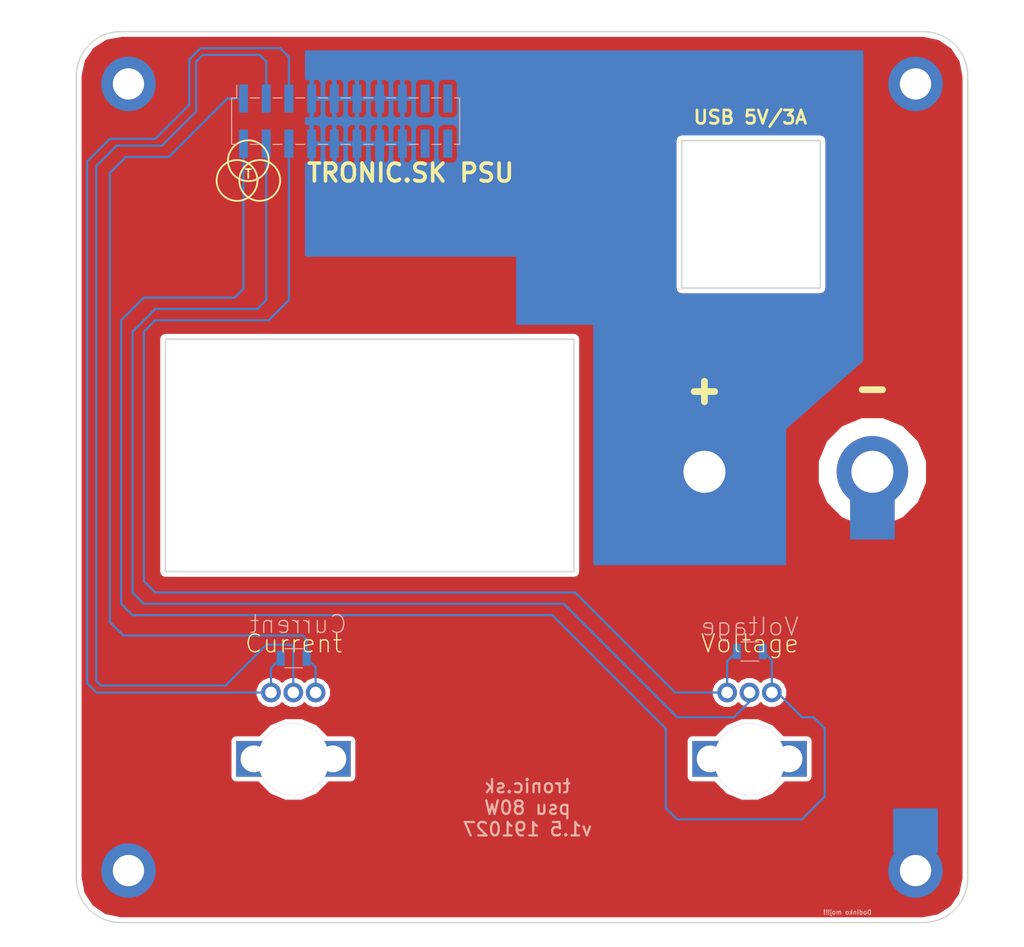
<source format=kicad_pcb>
(kicad_pcb (version 4) (host pcbnew 4.0.7)

  (general
    (links 25)
    (no_connects 1)
    (area 157.341092 29.452092 257.250408 129.361408)
    (thickness 1.6)
    (drawings 45)
    (tracks 86)
    (zones 0)
    (modules 13)
    (nets 10)
  )

  (page A4)
  (layers
    (0 F.Cu signal)
    (31 B.Cu signal)
    (32 B.Adhes user)
    (33 F.Adhes user)
    (34 B.Paste user)
    (35 F.Paste user)
    (36 B.SilkS user)
    (37 F.SilkS user)
    (38 B.Mask user)
    (39 F.Mask user)
    (40 Dwgs.User user)
    (41 Cmts.User user)
    (42 Eco1.User user)
    (43 Eco2.User user)
    (44 Edge.Cuts user)
    (45 Margin user)
    (46 B.CrtYd user)
    (47 F.CrtYd user)
    (48 B.Fab user)
    (49 F.Fab user)
  )

  (setup
    (last_trace_width 0.25)
    (trace_clearance 0.2)
    (zone_clearance 0.508)
    (zone_45_only no)
    (trace_min 0.2)
    (segment_width 0.2)
    (edge_width 0.15)
    (via_size 0.6)
    (via_drill 0.4)
    (via_min_size 0.4)
    (via_min_drill 0.3)
    (uvia_size 0.3)
    (uvia_drill 0.1)
    (uvias_allowed no)
    (uvia_min_size 0.2)
    (uvia_min_drill 0.1)
    (pcb_text_width 0.3)
    (pcb_text_size 1.5 1.5)
    (mod_edge_width 0.15)
    (mod_text_size 1 1)
    (mod_text_width 0.15)
    (pad_size 8 8)
    (pad_drill 4.7)
    (pad_to_mask_clearance 0.2)
    (solder_mask_min_width 0.25)
    (aux_axis_origin 0 0)
    (grid_origin 130.683 96.139)
    (visible_elements 7FFFFFFF)
    (pcbplotparams
      (layerselection 0x010f0_80000001)
      (usegerberextensions true)
      (excludeedgelayer true)
      (linewidth 0.100000)
      (plotframeref false)
      (viasonmask false)
      (mode 1)
      (useauxorigin false)
      (hpglpennumber 1)
      (hpglpenspeed 20)
      (hpglpendiameter 15)
      (hpglpenoverlay 2)
      (psnegative false)
      (psa4output false)
      (plotreference true)
      (plotvalue true)
      (plotinvisibletext false)
      (padsonsilk false)
      (subtractmaskfromsilk false)
      (outputformat 1)
      (mirror false)
      (drillshape 0)
      (scaleselection 1)
      (outputdirectory gerber/))
  )

  (net 0 "")
  (net 1 "Net-(J10-Pad3)")
  (net 2 "Net-(J10-Pad2)")
  (net 3 "Net-(J10-Pad1)")
  (net 4 zem)
  (net 5 gnd-out)
  (net 6 12v-reg)
  (net 7 "Net-(J9-Pad1)")
  (net 8 "Net-(J9-Pad3)")
  (net 9 "Net-(J9-Pad2)")

  (net_class Default "This is the default net class."
    (clearance 0.2)
    (trace_width 0.25)
    (via_dia 0.6)
    (via_drill 0.4)
    (uvia_dia 0.3)
    (uvia_drill 0.1)
    (add_net "Net-(J10-Pad1)")
    (add_net "Net-(J10-Pad2)")
    (add_net "Net-(J10-Pad3)")
    (add_net "Net-(J9-Pad1)")
    (add_net "Net-(J9-Pad2)")
    (add_net "Net-(J9-Pad3)")
  )

  (net_class 2kv ""
    (clearance 2)
    (trace_width 1)
    (via_dia 1.5)
    (via_drill 1)
    (uvia_dia 0.75)
    (uvia_drill 0.25)
    (add_net 12v-reg)
    (add_net gnd-out)
    (add_net zem)
  )

  (net_class mains ""
    (clearance 1.8)
    (trace_width 5)
    (via_dia 3)
    (via_drill 2)
    (uvia_dia 1.5)
    (uvia_drill 0.5)
  )

  (net_class power ""
    (clearance 0.4)
    (trace_width 1)
    (via_dia 1.5)
    (via_drill 1)
    (uvia_dia 0.75)
    (uvia_drill 0.25)
  )

  (module psw-library:psw-kontakt-smd-velky (layer B.Cu) (tedit 5DC9E5C8) (tstamp 5B68C0FD)
    (at 246.507 83.8962)
    (path /5B68D145)
    (fp_text reference gnd-out1 (at 0.0508 4.6736) (layer B.SilkS) hide
      (effects (font (size 1 1) (thickness 0.15)) (justify mirror))
    )
    (fp_text value gnd-out (at 1.143 10.414) (layer B.Fab)
      (effects (font (size 1 1) (thickness 0.15)) (justify mirror))
    )
    (pad 1 smd rect (at 0 0) (size 5 5) (layers B.Cu B.Paste B.Mask)
      (net 5 gnd-out))
  )

  (module psw-library:psw-bananik (layer F.Cu) (tedit 5DB596EF) (tstamp 5B899D25)
    (at 246.507 78.8162)
    (path /5B68D160)
    (fp_text reference -1 (at 0 -9.398) (layer F.SilkS) hide
      (effects (font (size 3 3) (thickness 0.5)))
    )
    (fp_text value - (at 0.0635 -4.8895) (layer F.Fab)
      (effects (font (size 1 1) (thickness 0.15)))
    )
    (pad 1 thru_hole circle (at 0 0) (size 8 8) (drill 4.7) (layers *.Cu *.Mask)
      (net 5 gnd-out))
  )

  (module psw-library:psw-bananik (layer F.Cu) (tedit 5DB59D01) (tstamp 5B899D2A)
    (at 227.711 78.8162)
    (path /5B68D166)
    (fp_text reference +1 (at 0 -9.398) (layer F.SilkS) hide
      (effects (font (size 3 3) (thickness 0.5)))
    )
    (fp_text value + (at 0.0635 -4.8895) (layer F.Fab)
      (effects (font (size 1 1) (thickness 0.15)))
    )
    (pad 1 thru_hole circle (at 0 0) (size 8 8) (drill 4.7) (layers *.Cu *.Mask)
      (net 6 12v-reg) (zone_connect 2))
  )

  (module psw-library:psw-pot-through-horizontal (layer F.Cu) (tedit 5BB50066) (tstamp 5BB512B5)
    (at 179.197 103.5304 270)
    (descr "Potentiometer, horizontally mounted, Omeg PC16PU, Omeg PC16PU, Omeg PC16PU, Vishay/Spectrol 248GJ/249GJ Single, Vishay/Spectrol 248GJ/249GJ Single, Vishay/Spectrol 248GJ/249GJ Single, Vishay/Spectrol 248GH/249GH Single, Vishay/Spectrol 148/149 Single, Vishay/Spectrol 148/149 Single, Vishay/Spectrol 148/149 Single, Vishay/Spectrol 148A/149A Single with mounting plates, Vishay/Spectrol 148/149 Double, Vishay/Spectrol 148A/149A Double with mounting plates, Piher PC-16 Single, Piher PC-16 Single, Piher PC-16 Single, Piher PC-16SV Single, Piher PC-16 Double, Piher PC-16 Triple, Piher T16H Single, Piher T16L Single, Piher T16H Double, Alps RK163 Single, Alps RK163 Double, Alps RK097 Single, Alps RK097 Double, Bourns PTV09A-2 Single with mounting sleve Single, Bourns PTV09A-1 with mounting sleve Single, Bourns PRS11S Single, Alps RK09K Single with mounting sleve Single, Alps RK09K with mounting sleve Single, http://www.alps.com/prod/info/E/HTML/Potentiometer/RotaryPotentiometers/RK09K/RK09D1130C1B.html")
    (tags "Potentiometer horizontal  Omeg PC16PU  Omeg PC16PU  Omeg PC16PU  Vishay/Spectrol 248GJ/249GJ Single  Vishay/Spectrol 248GJ/249GJ Single  Vishay/Spectrol 248GJ/249GJ Single  Vishay/Spectrol 248GH/249GH Single  Vishay/Spectrol 148/149 Single  Vishay/Spectrol 148/149 Single  Vishay/Spectrol 148/149 Single  Vishay/Spectrol 148A/149A Single with mounting plates  Vishay/Spectrol 148/149 Double  Vishay/Spectrol 148A/149A Double with mounting plates  Piher PC-16 Single  Piher PC-16 Single  Piher PC-16 Single  Piher PC-16SV Single  Piher PC-16 Double  Piher PC-16 Triple  Piher T16H Single  Piher T16L Single  Piher T16H Double  Alps RK163 Single  Alps RK163 Double  Alps RK097 Single  Alps RK097 Double  Bourns PTV09A-2 Single with mounting sleve Single  Bourns PTV09A-1 with mounting sleve Single  Bourns PRS11S Single  Alps RK09K Single with mounting sleve Single  Alps RK09K with mounting sleve Single")
    (path /5BB4EB7D)
    (fp_text reference J9 (at 7.5946 -10.0584 270) (layer F.SilkS) hide
      (effects (font (size 1 1) (thickness 0.15)))
    )
    (fp_text value pot-1 (at 7.5946 4.4704 270) (layer F.Fab)
      (effects (font (size 1 1) (thickness 0.15)))
    )
    (fp_circle (center 7.5 -2.5) (end 10.75 -2.5) (layer F.Fab) (width 0.1))
    (pad 0 thru_hole circle (at 7.493 -2.5146 270) (size 8 8) (drill 8) (layers *.Cu *.Mask))
    (pad 0 thru_hole rect (at 7.4295 1.9 270) (size 4 4) (drill 3) (layers *.Cu *.Mask))
    (pad 0 thru_hole rect (at 7.4295 -6.9215 270) (size 4 4) (drill 3) (layers *.Cu *.Mask))
    (pad 1 thru_hole circle (at 0 0 270) (size 2.2 2.2) (drill 1.3) (layers *.Cu *.Mask)
      (net 7 "Net-(J9-Pad1)"))
    (pad 2 thru_hole circle (at 0 -2.5 270) (size 2.2 2.2) (drill 1.3) (layers *.Cu *.Mask)
      (net 9 "Net-(J9-Pad2)"))
    (pad 3 thru_hole circle (at 0 -5 270) (size 2.2 2.2) (drill 1.3) (layers *.Cu *.Mask)
      (net 8 "Net-(J9-Pad3)"))
    (model Potentiometers.3dshapes/Potentiometer_Alps_RK09K_Horizontal.wrl
      (at (xyz 0 0 0))
      (scale (xyz 0.393701 0.393701 0.393701))
      (rotate (xyz 0 0 0))
    )
  )

  (module psw-library:psw-pot-through-horizontal (layer F.Cu) (tedit 5BB50066) (tstamp 5BB512C0)
    (at 230.251 103.5304 270)
    (descr "Potentiometer, horizontally mounted, Omeg PC16PU, Omeg PC16PU, Omeg PC16PU, Vishay/Spectrol 248GJ/249GJ Single, Vishay/Spectrol 248GJ/249GJ Single, Vishay/Spectrol 248GJ/249GJ Single, Vishay/Spectrol 248GH/249GH Single, Vishay/Spectrol 148/149 Single, Vishay/Spectrol 148/149 Single, Vishay/Spectrol 148/149 Single, Vishay/Spectrol 148A/149A Single with mounting plates, Vishay/Spectrol 148/149 Double, Vishay/Spectrol 148A/149A Double with mounting plates, Piher PC-16 Single, Piher PC-16 Single, Piher PC-16 Single, Piher PC-16SV Single, Piher PC-16 Double, Piher PC-16 Triple, Piher T16H Single, Piher T16L Single, Piher T16H Double, Alps RK163 Single, Alps RK163 Double, Alps RK097 Single, Alps RK097 Double, Bourns PTV09A-2 Single with mounting sleve Single, Bourns PTV09A-1 with mounting sleve Single, Bourns PRS11S Single, Alps RK09K Single with mounting sleve Single, Alps RK09K with mounting sleve Single, http://www.alps.com/prod/info/E/HTML/Potentiometer/RotaryPotentiometers/RK09K/RK09D1130C1B.html")
    (tags "Potentiometer horizontal  Omeg PC16PU  Omeg PC16PU  Omeg PC16PU  Vishay/Spectrol 248GJ/249GJ Single  Vishay/Spectrol 248GJ/249GJ Single  Vishay/Spectrol 248GJ/249GJ Single  Vishay/Spectrol 248GH/249GH Single  Vishay/Spectrol 148/149 Single  Vishay/Spectrol 148/149 Single  Vishay/Spectrol 148/149 Single  Vishay/Spectrol 148A/149A Single with mounting plates  Vishay/Spectrol 148/149 Double  Vishay/Spectrol 148A/149A Double with mounting plates  Piher PC-16 Single  Piher PC-16 Single  Piher PC-16 Single  Piher PC-16SV Single  Piher PC-16 Double  Piher PC-16 Triple  Piher T16H Single  Piher T16L Single  Piher T16H Double  Alps RK163 Single  Alps RK163 Double  Alps RK097 Single  Alps RK097 Double  Bourns PTV09A-2 Single with mounting sleve Single  Bourns PTV09A-1 with mounting sleve Single  Bourns PRS11S Single  Alps RK09K Single with mounting sleve Single  Alps RK09K with mounting sleve Single")
    (path /5BB4F35E)
    (fp_text reference J10 (at 7.5946 -10.0584 270) (layer F.SilkS) hide
      (effects (font (size 1 1) (thickness 0.15)))
    )
    (fp_text value pot-1 (at 7.5946 4.4704 270) (layer F.Fab)
      (effects (font (size 1 1) (thickness 0.15)))
    )
    (fp_circle (center 7.5 -2.5) (end 10.75 -2.5) (layer F.Fab) (width 0.1))
    (pad 3 thru_hole circle (at 0 -5 270) (size 2.2 2.2) (drill 1.3) (layers *.Cu *.Mask)
      (net 1 "Net-(J10-Pad3)"))
    (pad 2 thru_hole circle (at 0 -2.5 270) (size 2.2 2.2) (drill 1.3) (layers *.Cu *.Mask)
      (net 2 "Net-(J10-Pad2)"))
    (pad 1 thru_hole circle (at 0 0 270) (size 2.2 2.2) (drill 1.3) (layers *.Cu *.Mask)
      (net 3 "Net-(J10-Pad1)"))
    (pad 0 thru_hole rect (at 7.4295 -6.9215 270) (size 4 4) (drill 3) (layers *.Cu *.Mask))
    (pad 0 thru_hole rect (at 7.4295 1.9 270) (size 4 4) (drill 3) (layers *.Cu *.Mask))
    (pad 0 thru_hole circle (at 7.493 -2.5146 270) (size 8 8) (drill 8) (layers *.Cu *.Mask))
    (model Potentiometers.3dshapes/Potentiometer_Alps_RK09K_Horizontal.wrl
      (at (xyz 0 0 0))
      (scale (xyz 0.393701 0.393701 0.393701))
      (rotate (xyz 0 0 0))
    )
  )

  (module psw-library:psw-srobik-3.5mm (layer F.Cu) (tedit 5DB59838) (tstamp 5BCA890A)
    (at 163.2458 35.3822)
    (path /5BB7F525)
    (fp_text reference J12 (at 0 0.5) (layer F.SilkS)
      (effects (font (size 1 1) (thickness 0.15)))
    )
    (fp_text value srobik (at 0 -0.5) (layer F.Fab)
      (effects (font (size 1 1) (thickness 0.15)))
    )
    (pad 1 thru_hole circle (at 0 0) (size 6.096 6.096) (drill 3.5) (layers *.Cu *.Mask)
      (net 4 zem) (zone_connect 2))
  )

  (module psw-library:psw-srobik-3.5mm (layer F.Cu) (tedit 5DB5984B) (tstamp 5BCA890F)
    (at 251.333 123.4694)
    (path /5BB805C3)
    (fp_text reference J13 (at 0 0.5) (layer F.SilkS)
      (effects (font (size 1 1) (thickness 0.15)))
    )
    (fp_text value srobik (at 0 -0.5) (layer F.Fab)
      (effects (font (size 1 1) (thickness 0.15)))
    )
    (pad 1 thru_hole circle (at 0 0) (size 6.096 6.096) (drill 3.5) (layers *.Cu *.Mask)
      (net 4 zem) (zone_connect 2))
  )

  (module psw-library:psw-srobik-3.5mm (layer F.Cu) (tedit 5DB59831) (tstamp 5BCA8914)
    (at 251.333 35.3822)
    (path /5BB800E9)
    (fp_text reference J14 (at 0 0.5) (layer F.SilkS)
      (effects (font (size 1 1) (thickness 0.15)))
    )
    (fp_text value srobik (at 0 -0.5) (layer F.Fab)
      (effects (font (size 1 1) (thickness 0.15)))
    )
    (pad 1 thru_hole circle (at 0 0) (size 6.096 6.096) (drill 3.5) (layers *.Cu *.Mask)
      (net 4 zem) (zone_connect 2))
  )

  (module psw-library:psw-srobik-3.5mm (layer F.Cu) (tedit 5DB59843) (tstamp 5BCA8919)
    (at 163.2458 123.4694)
    (path /5BB80A9E)
    (fp_text reference J15 (at 0 0.5) (layer F.SilkS)
      (effects (font (size 1 1) (thickness 0.15)))
    )
    (fp_text value srobik (at 0 -0.5) (layer F.Fab)
      (effects (font (size 1 1) (thickness 0.15)))
    )
    (pad 1 thru_hole circle (at 0 0) (size 6.096 6.096) (drill 3.5) (layers *.Cu *.Mask)
      (net 4 zem) (zone_connect 2))
  )

  (module Resistors_SMD:R_1206 (layer B.Cu) (tedit 5C436820) (tstamp 5C436452)
    (at 181.737 99.695)
    (descr "Resistor SMD 1206, reflow soldering, Vishay (see dcrcw.pdf)")
    (tags "resistor 1206")
    (path /5C43659F)
    (attr smd)
    (fp_text reference R1 (at 0 1.85) (layer B.SilkS) hide
      (effects (font (size 1 1) (thickness 0.15)) (justify mirror))
    )
    (fp_text value R (at 0 -1.95) (layer B.Fab)
      (effects (font (size 1 1) (thickness 0.15)) (justify mirror))
    )
    (fp_text user %R (at 0 0) (layer B.Fab)
      (effects (font (size 0.7 0.7) (thickness 0.105)) (justify mirror))
    )
    (fp_line (start -1.6 -0.8) (end -1.6 0.8) (layer B.Fab) (width 0.1))
    (fp_line (start 1.6 -0.8) (end -1.6 -0.8) (layer B.Fab) (width 0.1))
    (fp_line (start 1.6 0.8) (end 1.6 -0.8) (layer B.Fab) (width 0.1))
    (fp_line (start -1.6 0.8) (end 1.6 0.8) (layer B.Fab) (width 0.1))
    (fp_line (start 1 -1.07) (end -1 -1.07) (layer B.SilkS) (width 0.12))
    (fp_line (start -1 1.07) (end 1 1.07) (layer B.SilkS) (width 0.12))
    (fp_line (start -2.15 1.11) (end 2.15 1.11) (layer B.CrtYd) (width 0.05))
    (fp_line (start -2.15 1.11) (end -2.15 -1.1) (layer B.CrtYd) (width 0.05))
    (fp_line (start 2.15 -1.1) (end 2.15 1.11) (layer B.CrtYd) (width 0.05))
    (fp_line (start 2.15 -1.1) (end -2.15 -1.1) (layer B.CrtYd) (width 0.05))
    (pad 1 smd rect (at -1.45 0) (size 0.9 1.7) (layers B.Cu B.Paste B.Mask)
      (net 7 "Net-(J9-Pad1)"))
    (pad 2 smd rect (at 1.45 0) (size 0.9 1.7) (layers B.Cu B.Paste B.Mask)
      (net 8 "Net-(J9-Pad3)"))
    (model ${KISYS3DMOD}/Resistors_SMD.3dshapes/R_1206.wrl
      (at (xyz 0 0 0))
      (scale (xyz 1 1 1))
      (rotate (xyz 0 0 0))
    )
  )

  (module Resistors_SMD:R_1206 (layer B.Cu) (tedit 5C436826) (tstamp 5C436458)
    (at 232.791 98.933 180)
    (descr "Resistor SMD 1206, reflow soldering, Vishay (see dcrcw.pdf)")
    (tags "resistor 1206")
    (path /5C43671E)
    (attr smd)
    (fp_text reference R2 (at 0 1.85 180) (layer B.SilkS) hide
      (effects (font (size 1 1) (thickness 0.15)) (justify mirror))
    )
    (fp_text value R (at 0 -1.95 180) (layer B.Fab)
      (effects (font (size 1 1) (thickness 0.15)) (justify mirror))
    )
    (fp_text user %R (at 0 0 180) (layer B.Fab)
      (effects (font (size 0.7 0.7) (thickness 0.105)) (justify mirror))
    )
    (fp_line (start -1.6 -0.8) (end -1.6 0.8) (layer B.Fab) (width 0.1))
    (fp_line (start 1.6 -0.8) (end -1.6 -0.8) (layer B.Fab) (width 0.1))
    (fp_line (start 1.6 0.8) (end 1.6 -0.8) (layer B.Fab) (width 0.1))
    (fp_line (start -1.6 0.8) (end 1.6 0.8) (layer B.Fab) (width 0.1))
    (fp_line (start 1 -1.07) (end -1 -1.07) (layer B.SilkS) (width 0.12))
    (fp_line (start -1 1.07) (end 1 1.07) (layer B.SilkS) (width 0.12))
    (fp_line (start -2.15 1.11) (end 2.15 1.11) (layer B.CrtYd) (width 0.05))
    (fp_line (start -2.15 1.11) (end -2.15 -1.1) (layer B.CrtYd) (width 0.05))
    (fp_line (start 2.15 -1.1) (end 2.15 1.11) (layer B.CrtYd) (width 0.05))
    (fp_line (start 2.15 -1.1) (end -2.15 -1.1) (layer B.CrtYd) (width 0.05))
    (pad 1 smd rect (at -1.45 0 180) (size 0.9 1.7) (layers B.Cu B.Paste B.Mask)
      (net 1 "Net-(J10-Pad3)"))
    (pad 2 smd rect (at 1.45 0 180) (size 0.9 1.7) (layers B.Cu B.Paste B.Mask)
      (net 3 "Net-(J10-Pad1)"))
    (model ${KISYS3DMOD}/Resistors_SMD.3dshapes/R_1206.wrl
      (at (xyz 0 0 0))
      (scale (xyz 1 1 1))
      (rotate (xyz 0 0 0))
    )
  )

  (module Pin_Headers:Pin_Header_Straight_2x10_Pitch2.54mm_SMD (layer B.Cu) (tedit 5DC9E5D5) (tstamp 5C4CEDF3)
    (at 187.5536 39.5478 270)
    (descr "surface-mounted straight pin header, 2x10, 2.54mm pitch, double rows")
    (tags "Surface mounted pin header SMD 2x10 2.54mm double row")
    (path /5C4CF41E)
    (attr smd)
    (fp_text reference conn1 (at 0 13.76 270) (layer B.SilkS) hide
      (effects (font (size 1 1) (thickness 0.15)) (justify mirror))
    )
    (fp_text value Conn_02x10_Odd_Even (at 0 -13.76 270) (layer B.Fab)
      (effects (font (size 1 1) (thickness 0.15)) (justify mirror))
    )
    (fp_line (start 2.54 -12.7) (end -2.54 -12.7) (layer B.Fab) (width 0.1))
    (fp_line (start -1.59 12.7) (end 2.54 12.7) (layer B.Fab) (width 0.1))
    (fp_line (start -2.54 -12.7) (end -2.54 11.75) (layer B.Fab) (width 0.1))
    (fp_line (start -2.54 11.75) (end -1.59 12.7) (layer B.Fab) (width 0.1))
    (fp_line (start 2.54 12.7) (end 2.54 -12.7) (layer B.Fab) (width 0.1))
    (fp_line (start -2.54 11.75) (end -3.6 11.75) (layer B.Fab) (width 0.1))
    (fp_line (start -3.6 11.75) (end -3.6 11.11) (layer B.Fab) (width 0.1))
    (fp_line (start -3.6 11.11) (end -2.54 11.11) (layer B.Fab) (width 0.1))
    (fp_line (start 2.54 11.75) (end 3.6 11.75) (layer B.Fab) (width 0.1))
    (fp_line (start 3.6 11.75) (end 3.6 11.11) (layer B.Fab) (width 0.1))
    (fp_line (start 3.6 11.11) (end 2.54 11.11) (layer B.Fab) (width 0.1))
    (fp_line (start -2.54 9.21) (end -3.6 9.21) (layer B.Fab) (width 0.1))
    (fp_line (start -3.6 9.21) (end -3.6 8.57) (layer B.Fab) (width 0.1))
    (fp_line (start -3.6 8.57) (end -2.54 8.57) (layer B.Fab) (width 0.1))
    (fp_line (start 2.54 9.21) (end 3.6 9.21) (layer B.Fab) (width 0.1))
    (fp_line (start 3.6 9.21) (end 3.6 8.57) (layer B.Fab) (width 0.1))
    (fp_line (start 3.6 8.57) (end 2.54 8.57) (layer B.Fab) (width 0.1))
    (fp_line (start -2.54 6.67) (end -3.6 6.67) (layer B.Fab) (width 0.1))
    (fp_line (start -3.6 6.67) (end -3.6 6.03) (layer B.Fab) (width 0.1))
    (fp_line (start -3.6 6.03) (end -2.54 6.03) (layer B.Fab) (width 0.1))
    (fp_line (start 2.54 6.67) (end 3.6 6.67) (layer B.Fab) (width 0.1))
    (fp_line (start 3.6 6.67) (end 3.6 6.03) (layer B.Fab) (width 0.1))
    (fp_line (start 3.6 6.03) (end 2.54 6.03) (layer B.Fab) (width 0.1))
    (fp_line (start -2.54 4.13) (end -3.6 4.13) (layer B.Fab) (width 0.1))
    (fp_line (start -3.6 4.13) (end -3.6 3.49) (layer B.Fab) (width 0.1))
    (fp_line (start -3.6 3.49) (end -2.54 3.49) (layer B.Fab) (width 0.1))
    (fp_line (start 2.54 4.13) (end 3.6 4.13) (layer B.Fab) (width 0.1))
    (fp_line (start 3.6 4.13) (end 3.6 3.49) (layer B.Fab) (width 0.1))
    (fp_line (start 3.6 3.49) (end 2.54 3.49) (layer B.Fab) (width 0.1))
    (fp_line (start -2.54 1.59) (end -3.6 1.59) (layer B.Fab) (width 0.1))
    (fp_line (start -3.6 1.59) (end -3.6 0.95) (layer B.Fab) (width 0.1))
    (fp_line (start -3.6 0.95) (end -2.54 0.95) (layer B.Fab) (width 0.1))
    (fp_line (start 2.54 1.59) (end 3.6 1.59) (layer B.Fab) (width 0.1))
    (fp_line (start 3.6 1.59) (end 3.6 0.95) (layer B.Fab) (width 0.1))
    (fp_line (start 3.6 0.95) (end 2.54 0.95) (layer B.Fab) (width 0.1))
    (fp_line (start -2.54 -0.95) (end -3.6 -0.95) (layer B.Fab) (width 0.1))
    (fp_line (start -3.6 -0.95) (end -3.6 -1.59) (layer B.Fab) (width 0.1))
    (fp_line (start -3.6 -1.59) (end -2.54 -1.59) (layer B.Fab) (width 0.1))
    (fp_line (start 2.54 -0.95) (end 3.6 -0.95) (layer B.Fab) (width 0.1))
    (fp_line (start 3.6 -0.95) (end 3.6 -1.59) (layer B.Fab) (width 0.1))
    (fp_line (start 3.6 -1.59) (end 2.54 -1.59) (layer B.Fab) (width 0.1))
    (fp_line (start -2.54 -3.49) (end -3.6 -3.49) (layer B.Fab) (width 0.1))
    (fp_line (start -3.6 -3.49) (end -3.6 -4.13) (layer B.Fab) (width 0.1))
    (fp_line (start -3.6 -4.13) (end -2.54 -4.13) (layer B.Fab) (width 0.1))
    (fp_line (start 2.54 -3.49) (end 3.6 -3.49) (layer B.Fab) (width 0.1))
    (fp_line (start 3.6 -3.49) (end 3.6 -4.13) (layer B.Fab) (width 0.1))
    (fp_line (start 3.6 -4.13) (end 2.54 -4.13) (layer B.Fab) (width 0.1))
    (fp_line (start -2.54 -6.03) (end -3.6 -6.03) (layer B.Fab) (width 0.1))
    (fp_line (start -3.6 -6.03) (end -3.6 -6.67) (layer B.Fab) (width 0.1))
    (fp_line (start -3.6 -6.67) (end -2.54 -6.67) (layer B.Fab) (width 0.1))
    (fp_line (start 2.54 -6.03) (end 3.6 -6.03) (layer B.Fab) (width 0.1))
    (fp_line (start 3.6 -6.03) (end 3.6 -6.67) (layer B.Fab) (width 0.1))
    (fp_line (start 3.6 -6.67) (end 2.54 -6.67) (layer B.Fab) (width 0.1))
    (fp_line (start -2.54 -8.57) (end -3.6 -8.57) (layer B.Fab) (width 0.1))
    (fp_line (start -3.6 -8.57) (end -3.6 -9.21) (layer B.Fab) (width 0.1))
    (fp_line (start -3.6 -9.21) (end -2.54 -9.21) (layer B.Fab) (width 0.1))
    (fp_line (start 2.54 -8.57) (end 3.6 -8.57) (layer B.Fab) (width 0.1))
    (fp_line (start 3.6 -8.57) (end 3.6 -9.21) (layer B.Fab) (width 0.1))
    (fp_line (start 3.6 -9.21) (end 2.54 -9.21) (layer B.Fab) (width 0.1))
    (fp_line (start -2.54 -11.11) (end -3.6 -11.11) (layer B.Fab) (width 0.1))
    (fp_line (start -3.6 -11.11) (end -3.6 -11.75) (layer B.Fab) (width 0.1))
    (fp_line (start -3.6 -11.75) (end -2.54 -11.75) (layer B.Fab) (width 0.1))
    (fp_line (start 2.54 -11.11) (end 3.6 -11.11) (layer B.Fab) (width 0.1))
    (fp_line (start 3.6 -11.11) (end 3.6 -11.75) (layer B.Fab) (width 0.1))
    (fp_line (start 3.6 -11.75) (end 2.54 -11.75) (layer B.Fab) (width 0.1))
    (fp_line (start -2.6 12.76) (end 2.6 12.76) (layer B.SilkS) (width 0.12))
    (fp_line (start -2.6 -12.76) (end 2.6 -12.76) (layer B.SilkS) (width 0.12))
    (fp_line (start -4.04 12.19) (end -2.6 12.19) (layer B.SilkS) (width 0.12))
    (fp_line (start -2.6 12.76) (end -2.6 12.19) (layer B.SilkS) (width 0.12))
    (fp_line (start 2.6 12.76) (end 2.6 12.19) (layer B.SilkS) (width 0.12))
    (fp_line (start -2.6 -12.19) (end -2.6 -12.76) (layer B.SilkS) (width 0.12))
    (fp_line (start 2.6 -12.19) (end 2.6 -12.76) (layer B.SilkS) (width 0.12))
    (fp_line (start -2.6 10.67) (end -2.6 9.65) (layer B.SilkS) (width 0.12))
    (fp_line (start 2.6 10.67) (end 2.6 9.65) (layer B.SilkS) (width 0.12))
    (fp_line (start -2.6 8.13) (end -2.6 7.11) (layer B.SilkS) (width 0.12))
    (fp_line (start 2.6 8.13) (end 2.6 7.11) (layer B.SilkS) (width 0.12))
    (fp_line (start -2.6 5.59) (end -2.6 4.57) (layer B.SilkS) (width 0.12))
    (fp_line (start 2.6 5.59) (end 2.6 4.57) (layer B.SilkS) (width 0.12))
    (fp_line (start -2.6 3.05) (end -2.6 2.03) (layer B.SilkS) (width 0.12))
    (fp_line (start 2.6 3.05) (end 2.6 2.03) (layer B.SilkS) (width 0.12))
    (fp_line (start -2.6 0.51) (end -2.6 -0.51) (layer B.SilkS) (width 0.12))
    (fp_line (start 2.6 0.51) (end 2.6 -0.51) (layer B.SilkS) (width 0.12))
    (fp_line (start -2.6 -2.03) (end -2.6 -3.05) (layer B.SilkS) (width 0.12))
    (fp_line (start 2.6 -2.03) (end 2.6 -3.05) (layer B.SilkS) (width 0.12))
    (fp_line (start -2.6 -4.57) (end -2.6 -5.59) (layer B.SilkS) (width 0.12))
    (fp_line (start 2.6 -4.57) (end 2.6 -5.59) (layer B.SilkS) (width 0.12))
    (fp_line (start -2.6 -7.11) (end -2.6 -8.13) (layer B.SilkS) (width 0.12))
    (fp_line (start 2.6 -7.11) (end 2.6 -8.13) (layer B.SilkS) (width 0.12))
    (fp_line (start -2.6 -9.65) (end -2.6 -10.67) (layer B.SilkS) (width 0.12))
    (fp_line (start 2.6 -9.65) (end 2.6 -10.67) (layer B.SilkS) (width 0.12))
    (fp_line (start -5.9 13.2) (end -5.9 -13.2) (layer B.CrtYd) (width 0.05))
    (fp_line (start -5.9 -13.2) (end 5.9 -13.2) (layer B.CrtYd) (width 0.05))
    (fp_line (start 5.9 -13.2) (end 5.9 13.2) (layer B.CrtYd) (width 0.05))
    (fp_line (start 5.9 13.2) (end -5.9 13.2) (layer B.CrtYd) (width 0.05))
    (fp_text user %R (at 0 0 540) (layer B.Fab)
      (effects (font (size 1 1) (thickness 0.15)) (justify mirror))
    )
    (pad 1 smd rect (at -2.525 11.43 270) (size 3.15 1) (layers B.Cu B.Paste B.Mask)
      (net 8 "Net-(J9-Pad3)"))
    (pad 2 smd rect (at 2.525 11.43 270) (size 3.15 1) (layers B.Cu B.Paste B.Mask)
      (net 1 "Net-(J10-Pad3)"))
    (pad 3 smd rect (at -2.525 8.89 270) (size 3.15 1) (layers B.Cu B.Paste B.Mask)
      (net 9 "Net-(J9-Pad2)"))
    (pad 4 smd rect (at 2.525 8.89 270) (size 3.15 1) (layers B.Cu B.Paste B.Mask)
      (net 2 "Net-(J10-Pad2)"))
    (pad 5 smd rect (at -2.525 6.35 270) (size 3.15 1) (layers B.Cu B.Paste B.Mask)
      (net 7 "Net-(J9-Pad1)"))
    (pad 6 smd rect (at 2.525 6.35 270) (size 3.15 1) (layers B.Cu B.Paste B.Mask)
      (net 3 "Net-(J10-Pad1)"))
    (pad 7 smd rect (at -2.525 3.81 270) (size 3.15 1) (layers B.Cu B.Paste B.Mask)
      (net 6 12v-reg))
    (pad 8 smd rect (at 2.525 3.81 270) (size 3.15 1) (layers B.Cu B.Paste B.Mask)
      (net 6 12v-reg))
    (pad 9 smd rect (at -2.525 1.27 270) (size 3.15 1) (layers B.Cu B.Paste B.Mask)
      (net 6 12v-reg))
    (pad 10 smd rect (at 2.525 1.27 270) (size 3.15 1) (layers B.Cu B.Paste B.Mask)
      (net 6 12v-reg))
    (pad 11 smd rect (at -2.525 -1.27 270) (size 3.15 1) (layers B.Cu B.Paste B.Mask)
      (net 6 12v-reg))
    (pad 12 smd rect (at 2.525 -1.27 270) (size 3.15 1) (layers B.Cu B.Paste B.Mask)
      (net 6 12v-reg))
    (pad 13 smd rect (at -2.525 -3.81 270) (size 3.15 1) (layers B.Cu B.Paste B.Mask)
      (net 6 12v-reg))
    (pad 14 smd rect (at 2.525 -3.81 270) (size 3.15 1) (layers B.Cu B.Paste B.Mask)
      (net 6 12v-reg))
    (pad 15 smd rect (at -2.525 -6.35 270) (size 3.15 1) (layers B.Cu B.Paste B.Mask)
      (net 6 12v-reg))
    (pad 16 smd rect (at 2.525 -6.35 270) (size 3.15 1) (layers B.Cu B.Paste B.Mask)
      (net 6 12v-reg))
    (pad 17 smd rect (at -2.525 -8.89 270) (size 3.15 1) (layers B.Cu B.Paste B.Mask))
    (pad 18 smd rect (at 2.525 -8.89 270) (size 3.15 1) (layers B.Cu B.Paste B.Mask))
    (pad 19 smd rect (at -2.525 -11.43 270) (size 3.15 1) (layers B.Cu B.Paste B.Mask))
    (pad 20 smd rect (at 2.525 -11.43 270) (size 3.15 1) (layers B.Cu B.Paste B.Mask))
    (model ${KISYS3DMOD}/Pin_Headers.3dshapes/Pin_Header_Straight_2x10_Pitch2.54mm_SMD.wrl
      (at (xyz 0 0 0))
      (scale (xyz 1 1 1))
      (rotate (xyz 0 0 0))
    )
  )

  (module psw-library:psw-kontakt-smd-velky (layer B.Cu) (tedit 5DC9E5CE) (tstamp 5DB59D96)
    (at 251.333 118.999)
    (path /5DB5A1E7)
    (fp_text reference zem1 (at 0 -3.683) (layer B.SilkS) hide
      (effects (font (size 1 1) (thickness 0.15)) (justify mirror))
    )
    (fp_text value zem (at -0.0635 3.4925) (layer B.Fab)
      (effects (font (size 1 1) (thickness 0.15)) (justify mirror))
    )
    (pad 1 smd rect (at 0 0) (size 5 5) (layers B.Cu B.Paste B.Mask)
      (net 4 zem))
  )

  (gr_text "Dodinko moj!!!" (at 243.713 128.143) (layer B.SilkS)
    (effects (font (size 0.5 0.5) (thickness 0.1)) (justify mirror))
  )
  (gr_text Current (at 182.245 95.885) (layer B.SilkS) (tstamp 5DC9E575)
    (effects (font (size 2 2) (thickness 0.15)) (justify mirror))
  )
  (gr_text Voltage (at 232.791 96.139) (layer B.SilkS) (tstamp 5DC9E56A)
    (effects (font (size 2 2) (thickness 0.15)) (justify mirror))
  )
  (gr_text T (at 176.657 45.466) (layer F.SilkS)
    (effects (font (size 1 1) (thickness 0.2)))
  )
  (gr_circle (center 176.6697 43.9801) (end 174.3837 43.9801) (layer F.SilkS) (width 0.2))
  (gr_circle (center 177.9397 46.1899) (end 175.6537 46.1899) (layer F.SilkS) (width 0.2))
  (gr_circle (center 175.3997 46.1899) (end 177.6857 46.1899) (layer F.SilkS) (width 0.2))
  (gr_text "TRONIC.SK PSU" (at 194.818 45.339) (layer F.SilkS)
    (effects (font (size 2 2) (thickness 0.4)))
  )
  (gr_text - (at 246.507 69.4182) (layer F.SilkS) (tstamp 5DB59728)
    (effects (font (size 3 3) (thickness 0.75)))
  )
  (gr_text + (at 227.711 69.6214) (layer F.SilkS)
    (effects (font (size 3 3) (thickness 0.75)))
  )
  (gr_line (start 225.171 58.2422) (end 240.665 58.2422) (angle 90) (layer Edge.Cuts) (width 0.15))
  (gr_line (start 225.171 41.7322) (end 225.171 58.2422) (angle 90) (layer Edge.Cuts) (width 0.15))
  (gr_line (start 240.665 41.7322) (end 225.171 41.7322) (angle 90) (layer Edge.Cuts) (width 0.15))
  (gr_line (start 240.665 58.2168) (end 240.665 41.7322) (angle 90) (layer Edge.Cuts) (width 0.15))
  (gr_line (start 167.386 89.9922) (end 213.106 89.9922) (angle 90) (layer Edge.Cuts) (width 0.15))
  (gr_line (start 213.106 63.9572) (end 167.386 63.9572) (angle 90) (layer Edge.Cuts) (width 0.15))
  (gr_line (start 232.791 110.998) (end 231.521 110.998) (angle 90) (layer F.Mask) (width 0.2))
  (gr_line (start 232.791 112.268) (end 232.791 110.998) (angle 90) (layer F.Mask) (width 0.2))
  (gr_line (start 181.737 110.998) (end 181.737 112.522) (angle 90) (layer F.Mask) (width 0.2))
  (gr_line (start 183.769 110.998) (end 181.737 110.998) (angle 90) (layer F.Mask) (width 0.2))
  (gr_text "USB 5V/3A" (at 232.8418 39.116) (layer F.SilkS)
    (effects (font (size 1.5 1.5) (thickness 0.3)))
  )
  (gr_line (start 213.106 89.9922) (end 213.106 63.9572) (angle 90) (layer Edge.Cuts) (width 0.15))
  (gr_line (start 167.386 89.9922) (end 167.386 89.3572) (angle 90) (layer Edge.Cuts) (width 0.15))
  (gr_line (start 251.587 123.6726) (end 251.587 124.0282) (layer F.SilkS) (width 0.2))
  (gr_line (start 251.587 123.6726) (end 251.9426 123.6726) (layer F.SilkS) (width 0.2))
  (gr_line (start 162.9918 123.6726) (end 162.7886 123.6726) (layer F.SilkS) (width 0.2))
  (gr_line (start 162.9918 123.7742) (end 162.9918 123.6726) (layer F.SilkS) (width 0.2))
  (gr_line (start 163.3982 35.0774) (end 163.3982 34.6202) (layer F.SilkS) (width 0.2))
  (gr_line (start 162.9918 35.0774) (end 163.3982 35.0774) (layer F.SilkS) (width 0.2))
  (gr_line (start 251.6378 35.1282) (end 251.6378 34.417) (layer F.SilkS) (width 0.2))
  (gr_line (start 251.6378 35.1282) (end 251.079 35.1282) (layer F.SilkS) (width 0.2))
  (gr_text Voltage (at 232.791 98.044) (layer F.SilkS) (tstamp 5BB50E11)
    (effects (font (size 2 2) (thickness 0.15)))
  )
  (gr_text Current (at 181.737 98.044) (layer F.SilkS) (tstamp 5BBA9034)
    (effects (font (size 2 2) (thickness 0.15)))
  )
  (gr_line (start 162.3695 129.286) (end 162.306 129.286) (angle 90) (layer Edge.Cuts) (width 0.15))
  (gr_line (start 257.175 34.544) (end 257.175 124.3965) (angle 90) (layer Edge.Cuts) (width 0.15))
  (gr_line (start 162.433 29.5275) (end 252.2855 29.5275) (angle 90) (layer Edge.Cuts) (width 0.15))
  (gr_line (start 157.4165 124.2695) (end 157.4165 34.417) (angle 90) (layer Edge.Cuts) (width 0.15))
  (gr_line (start 252.1585 129.286) (end 162.3695 129.286) (angle 90) (layer Edge.Cuts) (width 0.15))
  (gr_line (start 167.386 89.4842) (end 167.386 63.9572) (angle 90) (layer Edge.Cuts) (width 0.15))
  (gr_line (start 213.106 89.9922) (end 167.386 89.9922) (angle 90) (layer Edge.Cuts) (width 0.15))
  (gr_arc (start 252.222 124.333) (end 257.175 124.3965) (angle 90) (layer Edge.Cuts) (width 0.15) (tstamp 5B6865D4))
  (gr_arc (start 162.3695 124.333) (end 162.306 129.286) (angle 90) (layer Edge.Cuts) (width 0.15) (tstamp 5B6865C2))
  (gr_arc (start 252.222 34.4805) (end 252.2855 29.5275) (angle 90) (layer Edge.Cuts) (width 0.15) (tstamp 5B6865A8))
  (gr_arc (start 162.3695 34.4805) (end 157.4165 34.417) (angle 90) (layer Edge.Cuts) (width 0.15))
  (gr_text "tronic.sk\npsu 80W\nv1.5 191027" (at 207.899 116.4336) (layer B.SilkS) (tstamp 5BB64175)
    (effects (font (size 1.5 1.5) (thickness 0.25)) (justify mirror))
  )

  (segment (start 235.251 103.5304) (end 235.8644 103.5304) (width 0.25) (layer B.Cu) (net 1))
  (segment (start 235.8644 103.5304) (end 238.633 106.299) (width 0.25) (layer B.Cu) (net 1) (tstamp 5DB59AF4))
  (segment (start 176.1236 58.3184) (end 176.1236 42.0728) (width 0.25) (layer B.Cu) (net 1) (tstamp 5DB59B11))
  (segment (start 175.133 59.309) (end 176.1236 58.3184) (width 0.25) (layer B.Cu) (net 1) (tstamp 5DB59B0F))
  (segment (start 164.973 59.309) (end 175.133 59.309) (width 0.25) (layer B.Cu) (net 1) (tstamp 5DB59B0D))
  (segment (start 162.433 61.849) (end 164.973 59.309) (width 0.25) (layer B.Cu) (net 1) (tstamp 5DB59B0B))
  (segment (start 162.433 93.599) (end 162.433 61.849) (width 0.25) (layer B.Cu) (net 1) (tstamp 5DB59B09))
  (segment (start 163.703 94.869) (end 162.433 93.599) (width 0.25) (layer B.Cu) (net 1) (tstamp 5DB59B07))
  (segment (start 210.693 94.869) (end 163.703 94.869) (width 0.25) (layer B.Cu) (net 1) (tstamp 5DB59B05))
  (segment (start 223.393 107.569) (end 210.693 94.869) (width 0.25) (layer B.Cu) (net 1) (tstamp 5DB59B03))
  (segment (start 223.393 116.459) (end 223.393 107.569) (width 0.25) (layer B.Cu) (net 1) (tstamp 5DB59B01))
  (segment (start 224.663 117.729) (end 223.393 116.459) (width 0.25) (layer B.Cu) (net 1) (tstamp 5DB59AFF))
  (segment (start 238.633 117.729) (end 224.663 117.729) (width 0.25) (layer B.Cu) (net 1) (tstamp 5DB59AFD))
  (segment (start 241.173 115.189) (end 238.633 117.729) (width 0.25) (layer B.Cu) (net 1) (tstamp 5DB59AFB))
  (segment (start 241.173 107.569) (end 241.173 115.189) (width 0.25) (layer B.Cu) (net 1) (tstamp 5DB59AF9))
  (segment (start 239.903 106.299) (end 241.173 107.569) (width 0.25) (layer B.Cu) (net 1) (tstamp 5DB59AF7))
  (segment (start 238.633 106.299) (end 239.903 106.299) (width 0.25) (layer B.Cu) (net 1) (tstamp 5DB59AF5))
  (segment (start 235.251 103.5304) (end 235.251 99.943) (width 0.25) (layer B.Cu) (net 1))
  (segment (start 235.251 99.943) (end 234.241 98.933) (width 0.25) (layer B.Cu) (net 1) (tstamp 5DB59ADA))
  (segment (start 232.751 103.5304) (end 232.751 104.561) (width 0.25) (layer B.Cu) (net 2))
  (segment (start 232.751 104.561) (end 231.013 106.299) (width 0.25) (layer B.Cu) (net 2) (tstamp 5DB59AE0))
  (segment (start 231.013 106.299) (end 224.663 106.299) (width 0.25) (layer B.Cu) (net 2) (tstamp 5DB59AE1))
  (segment (start 224.663 106.299) (end 211.963 93.599) (width 0.25) (layer B.Cu) (net 2) (tstamp 5DB59AE3))
  (segment (start 211.963 93.599) (end 164.973 93.599) (width 0.25) (layer B.Cu) (net 2) (tstamp 5DB59AE5))
  (segment (start 164.973 93.599) (end 163.703 92.329) (width 0.25) (layer B.Cu) (net 2) (tstamp 5DB59AE7))
  (segment (start 163.703 92.329) (end 163.703 63.119) (width 0.25) (layer B.Cu) (net 2) (tstamp 5DB59AE9))
  (segment (start 163.703 63.119) (end 166.243 60.579) (width 0.25) (layer B.Cu) (net 2) (tstamp 5DB59AEB))
  (segment (start 166.243 60.579) (end 177.673 60.579) (width 0.25) (layer B.Cu) (net 2) (tstamp 5DB59AED))
  (segment (start 177.673 60.579) (end 178.6636 59.5884) (width 0.25) (layer B.Cu) (net 2) (tstamp 5DB59AEF))
  (segment (start 178.6636 59.5884) (end 178.6636 42.0728) (width 0.25) (layer B.Cu) (net 2) (tstamp 5DB59AF1))
  (segment (start 230.251 103.5304) (end 230.251 100.023) (width 0.25) (layer B.Cu) (net 3))
  (segment (start 230.251 100.023) (end 231.341 98.933) (width 0.25) (layer B.Cu) (net 3) (tstamp 5DB59AD6))
  (segment (start 230.251 103.5304) (end 224.4344 103.5304) (width 0.25) (layer B.Cu) (net 3))
  (segment (start 181.2036 59.5884) (end 181.2036 42.0728) (width 0.25) (layer B.Cu) (net 3) (tstamp 5DB59AAB))
  (segment (start 178.943 61.849) (end 181.2036 59.5884) (width 0.25) (layer B.Cu) (net 3) (tstamp 5DB59AA8))
  (segment (start 166.243 61.849) (end 178.943 61.849) (width 0.25) (layer B.Cu) (net 3) (tstamp 5DB59AA6))
  (segment (start 164.973 63.119) (end 166.243 61.849) (width 0.25) (layer B.Cu) (net 3) (tstamp 5DB59AA3))
  (segment (start 164.973 91.059) (end 164.973 63.119) (width 0.25) (layer B.Cu) (net 3) (tstamp 5DB59AA1))
  (segment (start 166.243 92.329) (end 164.973 91.059) (width 0.25) (layer B.Cu) (net 3) (tstamp 5DB59A9F))
  (segment (start 213.233 92.329) (end 166.243 92.329) (width 0.25) (layer B.Cu) (net 3) (tstamp 5DB59A9C))
  (segment (start 224.4344 103.5304) (end 213.233 92.329) (width 0.25) (layer B.Cu) (net 3) (tstamp 5DB59A97))
  (segment (start 246.507 78.8162) (end 246.507 83.8962) (width 0.25) (layer B.Cu) (net 5))
  (segment (start 191.3636 42.0728) (end 191.3636 47.3456) (width 1) (layer B.Cu) (net 6))
  (segment (start 227.711 65.913) (end 227.711 78.8162) (width 1) (layer B.Cu) (net 6) (tstamp 5DB59DBB))
  (segment (start 212.217 50.419) (end 227.711 65.913) (width 1) (layer B.Cu) (net 6) (tstamp 5DB59DB9))
  (segment (start 194.437 50.419) (end 212.217 50.419) (width 1) (layer B.Cu) (net 6) (tstamp 5DB59DB8))
  (segment (start 191.3636 47.3456) (end 194.437 50.419) (width 1) (layer B.Cu) (net 6) (tstamp 5DB59DB7))
  (segment (start 179.197 103.5304) (end 179.197 100.785) (width 0.25) (layer B.Cu) (net 7))
  (segment (start 179.197 100.785) (end 180.287 99.695) (width 0.25) (layer B.Cu) (net 7) (tstamp 5DB59B69))
  (segment (start 179.197 103.5304) (end 159.6644 103.5304) (width 0.25) (layer B.Cu) (net 7))
  (segment (start 181.2036 32.3596) (end 181.2036 37.0228) (width 0.25) (layer B.Cu) (net 7) (tstamp 5DB59B43))
  (segment (start 180.213 31.369) (end 181.2036 32.3596) (width 0.25) (layer B.Cu) (net 7) (tstamp 5DB59B41))
  (segment (start 171.323 31.369) (end 180.213 31.369) (width 0.25) (layer B.Cu) (net 7) (tstamp 5DB59B3F))
  (segment (start 170.053 32.639) (end 171.323 31.369) (width 0.25) (layer B.Cu) (net 7) (tstamp 5DB59B3D))
  (segment (start 170.053 37.719) (end 170.053 32.639) (width 0.25) (layer B.Cu) (net 7) (tstamp 5DB59B3B))
  (segment (start 166.243 41.529) (end 170.053 37.719) (width 0.25) (layer B.Cu) (net 7) (tstamp 5DB59B39))
  (segment (start 161.163 41.529) (end 166.243 41.529) (width 0.25) (layer B.Cu) (net 7) (tstamp 5DB59B37))
  (segment (start 158.623 44.069) (end 161.163 41.529) (width 0.25) (layer B.Cu) (net 7) (tstamp 5DB59B35))
  (segment (start 158.623 102.489) (end 158.623 44.069) (width 0.25) (layer B.Cu) (net 7) (tstamp 5DB59B32))
  (segment (start 159.6644 103.5304) (end 158.623 102.489) (width 0.25) (layer B.Cu) (net 7) (tstamp 5DB59B2D))
  (segment (start 183.187 99.695) (end 183.187 97.589) (width 0.25) (layer B.Cu) (net 8))
  (segment (start 174.3052 37.0228) (end 176.1236 37.0228) (width 0.25) (layer B.Cu) (net 8) (tstamp 5DB59B8E))
  (segment (start 167.767 43.561) (end 174.3052 37.0228) (width 0.25) (layer B.Cu) (net 8) (tstamp 5DB59B8C))
  (segment (start 162.941 43.561) (end 167.767 43.561) (width 0.25) (layer B.Cu) (net 8) (tstamp 5DB59B8A))
  (segment (start 161.163 45.339) (end 162.941 43.561) (width 0.25) (layer B.Cu) (net 8) (tstamp 5DB59B88))
  (segment (start 161.163 95.631) (end 161.163 45.339) (width 0.25) (layer B.Cu) (net 8) (tstamp 5DB59B86))
  (segment (start 162.687 97.155) (end 161.163 95.631) (width 0.25) (layer B.Cu) (net 8) (tstamp 5DB59B84))
  (segment (start 182.753 97.155) (end 162.687 97.155) (width 0.25) (layer B.Cu) (net 8) (tstamp 5DB59B83))
  (segment (start 183.187 97.589) (end 182.753 97.155) (width 0.25) (layer B.Cu) (net 8) (tstamp 5DB59B82))
  (segment (start 184.197 103.5304) (end 184.197 100.705) (width 0.25) (layer B.Cu) (net 8))
  (segment (start 184.197 100.705) (end 183.187 99.695) (width 0.25) (layer B.Cu) (net 8) (tstamp 5DB59B65))
  (segment (start 181.697 103.5304) (end 181.697 98.385) (width 0.25) (layer B.Cu) (net 9))
  (segment (start 178.6636 32.8676) (end 178.6636 37.0228) (width 0.25) (layer B.Cu) (net 9) (tstamp 5DB59B7F))
  (segment (start 177.927 32.131) (end 178.6636 32.8676) (width 0.25) (layer B.Cu) (net 9) (tstamp 5DB59B7E))
  (segment (start 171.577 32.131) (end 177.927 32.131) (width 0.25) (layer B.Cu) (net 9) (tstamp 5DB59B7D))
  (segment (start 170.815 32.893) (end 171.577 32.131) (width 0.25) (layer B.Cu) (net 9) (tstamp 5DB59B7C))
  (segment (start 170.815 38.481) (end 170.815 32.893) (width 0.25) (layer B.Cu) (net 9) (tstamp 5DB59B7A))
  (segment (start 167.005 42.291) (end 170.815 38.481) (width 0.25) (layer B.Cu) (net 9) (tstamp 5DB59B78))
  (segment (start 161.925 42.291) (end 167.005 42.291) (width 0.25) (layer B.Cu) (net 9) (tstamp 5DB59B76))
  (segment (start 159.639 44.577) (end 161.925 42.291) (width 0.25) (layer B.Cu) (net 9) (tstamp 5DB59B74))
  (segment (start 159.639 102.235) (end 159.639 44.577) (width 0.25) (layer B.Cu) (net 9) (tstamp 5DB59B73))
  (segment (start 160.147 102.743) (end 159.639 102.235) (width 0.25) (layer B.Cu) (net 9) (tstamp 5DB59B72))
  (segment (start 174.117 102.743) (end 160.147 102.743) (width 0.25) (layer B.Cu) (net 9) (tstamp 5DB59B70))
  (segment (start 178.689 98.171) (end 174.117 102.743) (width 0.25) (layer B.Cu) (net 9) (tstamp 5DB59B6F))
  (segment (start 181.483 98.171) (end 178.689 98.171) (width 0.25) (layer B.Cu) (net 9) (tstamp 5DB59B6E))
  (segment (start 181.697 98.385) (end 181.483 98.171) (width 0.25) (layer B.Cu) (net 9) (tstamp 5DB59B6D))

  (zone (net 4) (net_name zem) (layer F.Cu) (tstamp 5C426587) (hatch edge 0.508)
    (connect_pads (clearance 0.508))
    (min_thickness 0.254)
    (fill yes (arc_segments 16) (thermal_gap 0.508) (thermal_bridge_width 0.508))
    (polygon
      (pts
        (xy 154.7622 25.9842) (xy 263.4742 26.1874) (xy 263.4742 131.2418) (xy 148.8694 132.0546)
      )
    )
    (filled_polygon
      (pts
        (xy 253.89052 30.594025) (xy 255.250799 31.528379) (xy 256.149974 32.912166) (xy 256.465 34.609337) (xy 256.465 124.321971)
        (xy 256.108475 126.001518) (xy 255.174123 127.361798) (xy 253.790332 128.260974) (xy 252.093163 128.576) (xy 162.380529 128.576)
        (xy 160.700982 128.219475) (xy 159.340702 127.285123) (xy 158.441526 125.901332) (xy 158.1265 124.204163) (xy 158.1265 108.9599)
        (xy 174.64956 108.9599) (xy 174.64956 112.9599) (xy 174.693838 113.195217) (xy 174.83291 113.411341) (xy 175.04511 113.556331)
        (xy 175.297 113.60734) (xy 177.764185 113.60734) (xy 177.779947 113.645487) (xy 179.082655 114.950471) (xy 180.785597 115.657594)
        (xy 182.629514 115.659203) (xy 184.333687 114.955053) (xy 185.638671 113.652345) (xy 185.657359 113.60734) (xy 188.1185 113.60734)
        (xy 188.353817 113.563062) (xy 188.569941 113.42399) (xy 188.714931 113.21179) (xy 188.76594 112.9599) (xy 188.76594 108.9599)
        (xy 225.70356 108.9599) (xy 225.70356 112.9599) (xy 225.747838 113.195217) (xy 225.88691 113.411341) (xy 226.09911 113.556331)
        (xy 226.351 113.60734) (xy 228.818185 113.60734) (xy 228.833947 113.645487) (xy 230.136655 114.950471) (xy 231.839597 115.657594)
        (xy 233.683514 115.659203) (xy 235.387687 114.955053) (xy 236.692671 113.652345) (xy 236.711359 113.60734) (xy 239.1725 113.60734)
        (xy 239.407817 113.563062) (xy 239.623941 113.42399) (xy 239.768931 113.21179) (xy 239.81994 112.9599) (xy 239.81994 108.9599)
        (xy 239.775662 108.724583) (xy 239.63659 108.508459) (xy 239.42439 108.363469) (xy 239.1725 108.31246) (xy 236.608555 108.31246)
        (xy 235.394545 107.096329) (xy 233.691603 106.389206) (xy 231.847686 106.387597) (xy 230.143513 107.091747) (xy 228.920667 108.31246)
        (xy 226.351 108.31246) (xy 226.115683 108.356738) (xy 225.899559 108.49581) (xy 225.754569 108.70801) (xy 225.70356 108.9599)
        (xy 188.76594 108.9599) (xy 188.721662 108.724583) (xy 188.58259 108.508459) (xy 188.37039 108.363469) (xy 188.1185 108.31246)
        (xy 185.554555 108.31246) (xy 184.340545 107.096329) (xy 182.637603 106.389206) (xy 180.793686 106.387597) (xy 179.089513 107.091747)
        (xy 177.866667 108.31246) (xy 175.297 108.31246) (xy 175.061683 108.356738) (xy 174.845559 108.49581) (xy 174.700569 108.70801)
        (xy 174.64956 108.9599) (xy 158.1265 108.9599) (xy 158.1265 103.873999) (xy 177.461699 103.873999) (xy 177.725281 104.511915)
        (xy 178.212918 105.000404) (xy 178.850373 105.265099) (xy 179.540599 105.265701) (xy 180.178515 105.002119) (xy 180.44704 104.734062)
        (xy 180.712918 105.000404) (xy 181.350373 105.265099) (xy 182.040599 105.265701) (xy 182.678515 105.002119) (xy 182.94704 104.734062)
        (xy 183.212918 105.000404) (xy 183.850373 105.265099) (xy 184.540599 105.265701) (xy 185.178515 105.002119) (xy 185.667004 104.514482)
        (xy 185.931699 103.877027) (xy 185.931701 103.873999) (xy 228.515699 103.873999) (xy 228.779281 104.511915) (xy 229.266918 105.000404)
        (xy 229.904373 105.265099) (xy 230.594599 105.265701) (xy 231.232515 105.002119) (xy 231.50104 104.734062) (xy 231.766918 105.000404)
        (xy 232.404373 105.265099) (xy 233.094599 105.265701) (xy 233.732515 105.002119) (xy 234.00104 104.734062) (xy 234.266918 105.000404)
        (xy 234.904373 105.265099) (xy 235.594599 105.265701) (xy 236.232515 105.002119) (xy 236.721004 104.514482) (xy 236.985699 103.877027)
        (xy 236.986301 103.186801) (xy 236.722719 102.548885) (xy 236.235082 102.060396) (xy 235.597627 101.795701) (xy 234.907401 101.795099)
        (xy 234.269485 102.058681) (xy 234.00096 102.326738) (xy 233.735082 102.060396) (xy 233.097627 101.795701) (xy 232.407401 101.795099)
        (xy 231.769485 102.058681) (xy 231.50096 102.326738) (xy 231.235082 102.060396) (xy 230.597627 101.795701) (xy 229.907401 101.795099)
        (xy 229.269485 102.058681) (xy 228.780996 102.546318) (xy 228.516301 103.183773) (xy 228.515699 103.873999) (xy 185.931701 103.873999)
        (xy 185.932301 103.186801) (xy 185.668719 102.548885) (xy 185.181082 102.060396) (xy 184.543627 101.795701) (xy 183.853401 101.795099)
        (xy 183.215485 102.058681) (xy 182.94696 102.326738) (xy 182.681082 102.060396) (xy 182.043627 101.795701) (xy 181.353401 101.795099)
        (xy 180.715485 102.058681) (xy 180.44696 102.326738) (xy 180.181082 102.060396) (xy 179.543627 101.795701) (xy 178.853401 101.795099)
        (xy 178.215485 102.058681) (xy 177.726996 102.546318) (xy 177.462301 103.183773) (xy 177.461699 103.873999) (xy 158.1265 103.873999)
        (xy 158.1265 63.9572) (xy 166.676 63.9572) (xy 166.676 89.9922) (xy 166.730046 90.263905) (xy 166.883954 90.494246)
        (xy 167.114295 90.648154) (xy 167.386 90.7022) (xy 213.106 90.7022) (xy 213.377705 90.648154) (xy 213.608046 90.494246)
        (xy 213.761954 90.263905) (xy 213.816 89.9922) (xy 213.816 80.029589) (xy 221.582939 80.029589) (xy 222.513753 82.282333)
        (xy 224.235802 84.007389) (xy 226.486918 84.942134) (xy 228.924389 84.944261) (xy 231.177133 84.013447) (xy 232.902189 82.291398)
        (xy 233.836934 80.040282) (xy 233.836943 80.029589) (xy 240.378939 80.029589) (xy 241.309753 82.282333) (xy 243.031802 84.007389)
        (xy 245.282918 84.942134) (xy 247.720389 84.944261) (xy 249.973133 84.013447) (xy 251.698189 82.291398) (xy 252.632934 80.040282)
        (xy 252.635061 77.602811) (xy 251.704247 75.350067) (xy 249.982198 73.625011) (xy 247.731082 72.690266) (xy 245.293611 72.688139)
        (xy 243.040867 73.618953) (xy 241.315811 75.341002) (xy 240.381066 77.592118) (xy 240.378939 80.029589) (xy 233.836943 80.029589)
        (xy 233.839061 77.602811) (xy 232.908247 75.350067) (xy 231.186198 73.625011) (xy 228.935082 72.690266) (xy 226.497611 72.688139)
        (xy 224.244867 73.618953) (xy 222.519811 75.341002) (xy 221.585066 77.592118) (xy 221.582939 80.029589) (xy 213.816 80.029589)
        (xy 213.816 63.9572) (xy 213.761954 63.685495) (xy 213.608046 63.455154) (xy 213.377705 63.301246) (xy 213.106 63.2472)
        (xy 167.386 63.2472) (xy 167.114295 63.301246) (xy 166.883954 63.455154) (xy 166.730046 63.685495) (xy 166.676 63.9572)
        (xy 158.1265 63.9572) (xy 158.1265 41.7322) (xy 224.461 41.7322) (xy 224.461 58.2422) (xy 224.515046 58.513905)
        (xy 224.668954 58.744246) (xy 224.899295 58.898154) (xy 225.171 58.9522) (xy 240.665 58.9522) (xy 240.936705 58.898154)
        (xy 241.167046 58.744246) (xy 241.320954 58.513905) (xy 241.375 58.2422) (xy 241.372474 58.2295) (xy 241.375 58.2168)
        (xy 241.375 41.7322) (xy 241.320954 41.460495) (xy 241.167046 41.230154) (xy 240.936705 41.076246) (xy 240.665 41.0222)
        (xy 225.171 41.0222) (xy 224.899295 41.076246) (xy 224.668954 41.230154) (xy 224.515046 41.460495) (xy 224.461 41.7322)
        (xy 158.1265 41.7322) (xy 158.1265 34.491529) (xy 158.483025 32.81198) (xy 159.417379 31.451701) (xy 160.801166 30.552526)
        (xy 162.498337 30.2375) (xy 252.210971 30.2375)
      )
    )
  )
  (zone (net 6) (net_name 12v-reg) (layer B.Cu) (tstamp 5DB59C81) (hatch edge 0.508)
    (connect_pads (clearance 0.508))
    (min_thickness 0.254)
    (fill yes (arc_segments 16) (thermal_gap 0.508) (thermal_bridge_width 0.508))
    (polygon
      (pts
        (xy 245.491 66.421) (xy 236.855 74.041) (xy 236.855 89.281) (xy 215.265 89.281) (xy 215.265 62.357)
        (xy 206.629 62.357) (xy 206.629 54.737) (xy 183.007 54.737) (xy 183.007 31.623) (xy 245.491 31.623)
      )
    )
    (filled_polygon
      (pts
        (xy 245.364 66.363689) (xy 236.770974 73.945771) (xy 236.740545 73.985964) (xy 236.728 74.041) (xy 236.728 89.154)
        (xy 215.392 89.154) (xy 215.392 62.357) (xy 215.381994 62.30759) (xy 215.353553 62.265965) (xy 215.311159 62.238685)
        (xy 215.265 62.23) (xy 206.756 62.23) (xy 206.756 54.737) (xy 206.745994 54.68759) (xy 206.717553 54.645965)
        (xy 206.675159 54.618685) (xy 206.629 54.61) (xy 183.134 54.61) (xy 183.134 44.2828) (xy 183.45785 44.2828)
        (xy 183.6166 44.12405) (xy 183.6166 42.1998) (xy 183.8706 42.1998) (xy 183.8706 44.12405) (xy 184.02935 44.2828)
        (xy 184.36991 44.2828) (xy 184.603299 44.186127) (xy 184.781927 44.007498) (xy 184.8786 43.774109) (xy 184.8786 42.35855)
        (xy 185.1486 42.35855) (xy 185.1486 43.774109) (xy 185.245273 44.007498) (xy 185.423901 44.186127) (xy 185.65729 44.2828)
        (xy 185.99785 44.2828) (xy 186.1566 44.12405) (xy 186.1566 42.1998) (xy 186.4106 42.1998) (xy 186.4106 44.12405)
        (xy 186.56935 44.2828) (xy 186.90991 44.2828) (xy 187.143299 44.186127) (xy 187.321927 44.007498) (xy 187.4186 43.774109)
        (xy 187.4186 42.35855) (xy 187.6886 42.35855) (xy 187.6886 43.774109) (xy 187.785273 44.007498) (xy 187.963901 44.186127)
        (xy 188.19729 44.2828) (xy 188.53785 44.2828) (xy 188.6966 44.12405) (xy 188.6966 42.1998) (xy 188.9506 42.1998)
        (xy 188.9506 44.12405) (xy 189.10935 44.2828) (xy 189.44991 44.2828) (xy 189.683299 44.186127) (xy 189.861927 44.007498)
        (xy 189.9586 43.774109) (xy 189.9586 42.35855) (xy 190.2286 42.35855) (xy 190.2286 43.774109) (xy 190.325273 44.007498)
        (xy 190.503901 44.186127) (xy 190.73729 44.2828) (xy 191.07785 44.2828) (xy 191.2366 44.12405) (xy 191.2366 42.1998)
        (xy 191.4906 42.1998) (xy 191.4906 44.12405) (xy 191.64935 44.2828) (xy 191.98991 44.2828) (xy 192.223299 44.186127)
        (xy 192.401927 44.007498) (xy 192.4986 43.774109) (xy 192.4986 42.35855) (xy 192.7686 42.35855) (xy 192.7686 43.774109)
        (xy 192.865273 44.007498) (xy 193.043901 44.186127) (xy 193.27729 44.2828) (xy 193.61785 44.2828) (xy 193.7766 44.12405)
        (xy 193.7766 42.1998) (xy 194.0306 42.1998) (xy 194.0306 44.12405) (xy 194.18935 44.2828) (xy 194.52991 44.2828)
        (xy 194.763299 44.186127) (xy 194.941927 44.007498) (xy 195.0386 43.774109) (xy 195.0386 42.35855) (xy 194.87985 42.1998)
        (xy 194.0306 42.1998) (xy 193.7766 42.1998) (xy 192.92735 42.1998) (xy 192.7686 42.35855) (xy 192.4986 42.35855)
        (xy 192.33985 42.1998) (xy 191.4906 42.1998) (xy 191.2366 42.1998) (xy 190.38735 42.1998) (xy 190.2286 42.35855)
        (xy 189.9586 42.35855) (xy 189.79985 42.1998) (xy 188.9506 42.1998) (xy 188.6966 42.1998) (xy 187.84735 42.1998)
        (xy 187.6886 42.35855) (xy 187.4186 42.35855) (xy 187.25985 42.1998) (xy 186.4106 42.1998) (xy 186.1566 42.1998)
        (xy 185.30735 42.1998) (xy 185.1486 42.35855) (xy 184.8786 42.35855) (xy 184.71985 42.1998) (xy 183.8706 42.1998)
        (xy 183.6166 42.1998) (xy 183.5966 42.1998) (xy 183.5966 41.9458) (xy 183.6166 41.9458) (xy 183.6166 40.02155)
        (xy 183.8706 40.02155) (xy 183.8706 41.9458) (xy 184.71985 41.9458) (xy 184.8786 41.78705) (xy 184.8786 40.371491)
        (xy 185.1486 40.371491) (xy 185.1486 41.78705) (xy 185.30735 41.9458) (xy 186.1566 41.9458) (xy 186.1566 40.02155)
        (xy 186.4106 40.02155) (xy 186.4106 41.9458) (xy 187.25985 41.9458) (xy 187.4186 41.78705) (xy 187.4186 40.371491)
        (xy 187.6886 40.371491) (xy 187.6886 41.78705) (xy 187.84735 41.9458) (xy 188.6966 41.9458) (xy 188.6966 40.02155)
        (xy 188.9506 40.02155) (xy 188.9506 41.9458) (xy 189.79985 41.9458) (xy 189.9586 41.78705) (xy 189.9586 40.371491)
        (xy 190.2286 40.371491) (xy 190.2286 41.78705) (xy 190.38735 41.9458) (xy 191.2366 41.9458) (xy 191.2366 40.02155)
        (xy 191.4906 40.02155) (xy 191.4906 41.9458) (xy 192.33985 41.9458) (xy 192.4986 41.78705) (xy 192.4986 40.371491)
        (xy 192.7686 40.371491) (xy 192.7686 41.78705) (xy 192.92735 41.9458) (xy 193.7766 41.9458) (xy 193.7766 40.02155)
        (xy 194.0306 40.02155) (xy 194.0306 41.9458) (xy 194.87985 41.9458) (xy 195.0386 41.78705) (xy 195.0386 40.4978)
        (xy 195.29616 40.4978) (xy 195.29616 43.6478) (xy 195.340438 43.883117) (xy 195.47951 44.099241) (xy 195.69171 44.244231)
        (xy 195.9436 44.29524) (xy 196.9436 44.29524) (xy 197.178917 44.250962) (xy 197.395041 44.11189) (xy 197.540031 43.89969)
        (xy 197.59104 43.6478) (xy 197.59104 40.4978) (xy 197.83616 40.4978) (xy 197.83616 43.6478) (xy 197.880438 43.883117)
        (xy 198.01951 44.099241) (xy 198.23171 44.244231) (xy 198.4836 44.29524) (xy 199.4836 44.29524) (xy 199.718917 44.250962)
        (xy 199.935041 44.11189) (xy 200.080031 43.89969) (xy 200.13104 43.6478) (xy 200.13104 41.7322) (xy 224.461 41.7322)
        (xy 224.461 58.2422) (xy 224.515046 58.513905) (xy 224.668954 58.744246) (xy 224.899295 58.898154) (xy 225.171 58.9522)
        (xy 240.665 58.9522) (xy 240.936705 58.898154) (xy 241.167046 58.744246) (xy 241.320954 58.513905) (xy 241.375 58.2422)
        (xy 241.372474 58.2295) (xy 241.375 58.2168) (xy 241.375 41.7322) (xy 241.320954 41.460495) (xy 241.167046 41.230154)
        (xy 240.936705 41.076246) (xy 240.665 41.0222) (xy 225.171 41.0222) (xy 224.899295 41.076246) (xy 224.668954 41.230154)
        (xy 224.515046 41.460495) (xy 224.461 41.7322) (xy 200.13104 41.7322) (xy 200.13104 40.4978) (xy 200.086762 40.262483)
        (xy 199.94769 40.046359) (xy 199.73549 39.901369) (xy 199.4836 39.85036) (xy 198.4836 39.85036) (xy 198.248283 39.894638)
        (xy 198.032159 40.03371) (xy 197.887169 40.24591) (xy 197.83616 40.4978) (xy 197.59104 40.4978) (xy 197.546762 40.262483)
        (xy 197.40769 40.046359) (xy 197.19549 39.901369) (xy 196.9436 39.85036) (xy 195.9436 39.85036) (xy 195.708283 39.894638)
        (xy 195.492159 40.03371) (xy 195.347169 40.24591) (xy 195.29616 40.4978) (xy 195.0386 40.4978) (xy 195.0386 40.371491)
        (xy 194.941927 40.138102) (xy 194.763299 39.959473) (xy 194.52991 39.8628) (xy 194.18935 39.8628) (xy 194.0306 40.02155)
        (xy 193.7766 40.02155) (xy 193.61785 39.8628) (xy 193.27729 39.8628) (xy 193.043901 39.959473) (xy 192.865273 40.138102)
        (xy 192.7686 40.371491) (xy 192.4986 40.371491) (xy 192.401927 40.138102) (xy 192.223299 39.959473) (xy 191.98991 39.8628)
        (xy 191.64935 39.8628) (xy 191.4906 40.02155) (xy 191.2366 40.02155) (xy 191.07785 39.8628) (xy 190.73729 39.8628)
        (xy 190.503901 39.959473) (xy 190.325273 40.138102) (xy 190.2286 40.371491) (xy 189.9586 40.371491) (xy 189.861927 40.138102)
        (xy 189.683299 39.959473) (xy 189.44991 39.8628) (xy 189.10935 39.8628) (xy 188.9506 40.02155) (xy 188.6966 40.02155)
        (xy 188.53785 39.8628) (xy 188.19729 39.8628) (xy 187.963901 39.959473) (xy 187.785273 40.138102) (xy 187.6886 40.371491)
        (xy 187.4186 40.371491) (xy 187.321927 40.138102) (xy 187.143299 39.959473) (xy 186.90991 39.8628) (xy 186.56935 39.8628)
        (xy 186.4106 40.02155) (xy 186.1566 40.02155) (xy 185.99785 39.8628) (xy 185.65729 39.8628) (xy 185.423901 39.959473)
        (xy 185.245273 40.138102) (xy 185.1486 40.371491) (xy 184.8786 40.371491) (xy 184.781927 40.138102) (xy 184.603299 39.959473)
        (xy 184.36991 39.8628) (xy 184.02935 39.8628) (xy 183.8706 40.02155) (xy 183.6166 40.02155) (xy 183.45785 39.8628)
        (xy 183.134 39.8628) (xy 183.134 39.2328) (xy 183.45785 39.2328) (xy 183.6166 39.07405) (xy 183.6166 37.1498)
        (xy 183.8706 37.1498) (xy 183.8706 39.07405) (xy 184.02935 39.2328) (xy 184.36991 39.2328) (xy 184.603299 39.136127)
        (xy 184.781927 38.957498) (xy 184.8786 38.724109) (xy 184.8786 37.30855) (xy 185.1486 37.30855) (xy 185.1486 38.724109)
        (xy 185.245273 38.957498) (xy 185.423901 39.136127) (xy 185.65729 39.2328) (xy 185.99785 39.2328) (xy 186.1566 39.07405)
        (xy 186.1566 37.1498) (xy 186.4106 37.1498) (xy 186.4106 39.07405) (xy 186.56935 39.2328) (xy 186.90991 39.2328)
        (xy 187.143299 39.136127) (xy 187.321927 38.957498) (xy 187.4186 38.724109) (xy 187.4186 37.30855) (xy 187.6886 37.30855)
        (xy 187.6886 38.724109) (xy 187.785273 38.957498) (xy 187.963901 39.136127) (xy 188.19729 39.2328) (xy 188.53785 39.2328)
        (xy 188.6966 39.07405) (xy 188.6966 37.1498) (xy 188.9506 37.1498) (xy 188.9506 39.07405) (xy 189.10935 39.2328)
        (xy 189.44991 39.2328) (xy 189.683299 39.136127) (xy 189.861927 38.957498) (xy 189.9586 38.724109) (xy 189.9586 37.30855)
        (xy 190.2286 37.30855) (xy 190.2286 38.724109) (xy 190.325273 38.957498) (xy 190.503901 39.136127) (xy 190.73729 39.2328)
        (xy 191.07785 39.2328) (xy 191.2366 39.07405) (xy 191.2366 37.1498) (xy 191.4906 37.1498) (xy 191.4906 39.07405)
        (xy 191.64935 39.2328) (xy 191.98991 39.2328) (xy 192.223299 39.136127) (xy 192.401927 38.957498) (xy 192.4986 38.724109)
        (xy 192.4986 37.30855) (xy 192.7686 37.30855) (xy 192.7686 38.724109) (xy 192.865273 38.957498) (xy 193.043901 39.136127)
        (xy 193.27729 39.2328) (xy 193.61785 39.2328) (xy 193.7766 39.07405) (xy 193.7766 37.1498) (xy 194.0306 37.1498)
        (xy 194.0306 39.07405) (xy 194.18935 39.2328) (xy 194.52991 39.2328) (xy 194.763299 39.136127) (xy 194.941927 38.957498)
        (xy 195.0386 38.724109) (xy 195.0386 37.30855) (xy 194.87985 37.1498) (xy 194.0306 37.1498) (xy 193.7766 37.1498)
        (xy 192.92735 37.1498) (xy 192.7686 37.30855) (xy 192.4986 37.30855) (xy 192.33985 37.1498) (xy 191.4906 37.1498)
        (xy 191.2366 37.1498) (xy 190.38735 37.1498) (xy 190.2286 37.30855) (xy 189.9586 37.30855) (xy 189.79985 37.1498)
        (xy 188.9506 37.1498) (xy 188.6966 37.1498) (xy 187.84735 37.1498) (xy 187.6886 37.30855) (xy 187.4186 37.30855)
        (xy 187.25985 37.1498) (xy 186.4106 37.1498) (xy 186.1566 37.1498) (xy 185.30735 37.1498) (xy 185.1486 37.30855)
        (xy 184.8786 37.30855) (xy 184.71985 37.1498) (xy 183.8706 37.1498) (xy 183.6166 37.1498) (xy 183.5966 37.1498)
        (xy 183.5966 36.8958) (xy 183.6166 36.8958) (xy 183.6166 34.97155) (xy 183.8706 34.97155) (xy 183.8706 36.8958)
        (xy 184.71985 36.8958) (xy 184.8786 36.73705) (xy 184.8786 35.321491) (xy 185.1486 35.321491) (xy 185.1486 36.73705)
        (xy 185.30735 36.8958) (xy 186.1566 36.8958) (xy 186.1566 34.97155) (xy 186.4106 34.97155) (xy 186.4106 36.8958)
        (xy 187.25985 36.8958) (xy 187.4186 36.73705) (xy 187.4186 35.321491) (xy 187.6886 35.321491) (xy 187.6886 36.73705)
        (xy 187.84735 36.8958) (xy 188.6966 36.8958) (xy 188.6966 34.97155) (xy 188.9506 34.97155) (xy 188.9506 36.8958)
        (xy 189.79985 36.8958) (xy 189.9586 36.73705) (xy 189.9586 35.321491) (xy 190.2286 35.321491) (xy 190.2286 36.73705)
        (xy 190.38735 36.8958) (xy 191.2366 36.8958) (xy 191.2366 34.97155) (xy 191.4906 34.97155) (xy 191.4906 36.8958)
        (xy 192.33985 36.8958) (xy 192.4986 36.73705) (xy 192.4986 35.321491) (xy 192.7686 35.321491) (xy 192.7686 36.73705)
        (xy 192.92735 36.8958) (xy 193.7766 36.8958) (xy 193.7766 34.97155) (xy 194.0306 34.97155) (xy 194.0306 36.8958)
        (xy 194.87985 36.8958) (xy 195.0386 36.73705) (xy 195.0386 35.4478) (xy 195.29616 35.4478) (xy 195.29616 38.5978)
        (xy 195.340438 38.833117) (xy 195.47951 39.049241) (xy 195.69171 39.194231) (xy 195.9436 39.24524) (xy 196.9436 39.24524)
        (xy 197.178917 39.200962) (xy 197.395041 39.06189) (xy 197.540031 38.84969) (xy 197.59104 38.5978) (xy 197.59104 35.4478)
        (xy 197.83616 35.4478) (xy 197.83616 38.5978) (xy 197.880438 38.833117) (xy 198.01951 39.049241) (xy 198.23171 39.194231)
        (xy 198.4836 39.24524) (xy 199.4836 39.24524) (xy 199.718917 39.200962) (xy 199.935041 39.06189) (xy 200.080031 38.84969)
        (xy 200.13104 38.5978) (xy 200.13104 35.4478) (xy 200.086762 35.212483) (xy 199.94769 34.996359) (xy 199.73549 34.851369)
        (xy 199.4836 34.80036) (xy 198.4836 34.80036) (xy 198.248283 34.844638) (xy 198.032159 34.98371) (xy 197.887169 35.19591)
        (xy 197.83616 35.4478) (xy 197.59104 35.4478) (xy 197.546762 35.212483) (xy 197.40769 34.996359) (xy 197.19549 34.851369)
        (xy 196.9436 34.80036) (xy 195.9436 34.80036) (xy 195.708283 34.844638) (xy 195.492159 34.98371) (xy 195.347169 35.19591)
        (xy 195.29616 35.4478) (xy 195.0386 35.4478) (xy 195.0386 35.321491) (xy 194.941927 35.088102) (xy 194.763299 34.909473)
        (xy 194.52991 34.8128) (xy 194.18935 34.8128) (xy 194.0306 34.97155) (xy 193.7766 34.97155) (xy 193.61785 34.8128)
        (xy 193.27729 34.8128) (xy 193.043901 34.909473) (xy 192.865273 35.088102) (xy 192.7686 35.321491) (xy 192.4986 35.321491)
        (xy 192.401927 35.088102) (xy 192.223299 34.909473) (xy 191.98991 34.8128) (xy 191.64935 34.8128) (xy 191.4906 34.97155)
        (xy 191.2366 34.97155) (xy 191.07785 34.8128) (xy 190.73729 34.8128) (xy 190.503901 34.909473) (xy 190.325273 35.088102)
        (xy 190.2286 35.321491) (xy 189.9586 35.321491) (xy 189.861927 35.088102) (xy 189.683299 34.909473) (xy 189.44991 34.8128)
        (xy 189.10935 34.8128) (xy 188.9506 34.97155) (xy 188.6966 34.97155) (xy 188.53785 34.8128) (xy 188.19729 34.8128)
        (xy 187.963901 34.909473) (xy 187.785273 35.088102) (xy 187.6886 35.321491) (xy 187.4186 35.321491) (xy 187.321927 35.088102)
        (xy 187.143299 34.909473) (xy 186.90991 34.8128) (xy 186.56935 34.8128) (xy 186.4106 34.97155) (xy 186.1566 34.97155)
        (xy 185.99785 34.8128) (xy 185.65729 34.8128) (xy 185.423901 34.909473) (xy 185.245273 35.088102) (xy 185.1486 35.321491)
        (xy 184.8786 35.321491) (xy 184.781927 35.088102) (xy 184.603299 34.909473) (xy 184.36991 34.8128) (xy 184.02935 34.8128)
        (xy 183.8706 34.97155) (xy 183.6166 34.97155) (xy 183.45785 34.8128) (xy 183.134 34.8128) (xy 183.134 31.75)
        (xy 245.364 31.75)
      )
    )
  )
)

</source>
